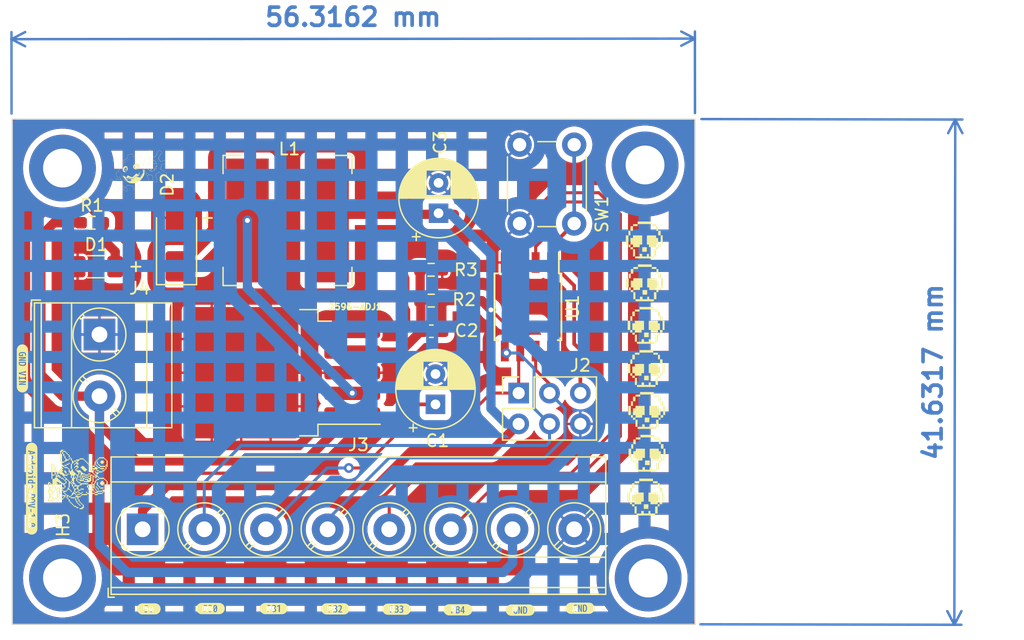
<source format=kicad_pcb>
(kicad_pcb (version 20221018) (generator pcbnew)
  (layers (0 "F.Cu" signal) (31 "B.Cu" signal) (34 "B.Paste" user) (35 "F.Paste" user) (36 "B.SilkS" user "B.Silkscreen") (37 "F.SilkS" user "F.Silkscreen") (38 "B.Mask" user) (39 "F.Mask" user) (44 "Edge.Cuts" user))
  (net 0 "")
  (net 1 "+12V")
  (net 2 "Net-(2596-ADJ1-OUT)")
  (net 3 "GND")
  (net 4 "Net-(2596-ADJ1-FB)")
  (net 5 "+5V")
  (net 6 "Net-(D1-A)")
  (net 7 "/PB3")
  (net 8 "/MISO")
  (net 9 "/PB4")
  (net 10 "/SCK")
  (net 11 "/MOSI")
  (net 12 "/RESET")
  (footprint "Package_SO:SOIC-8W_5.3x5.3mm_P1.27mm" (layer "F.Cu") (at 162.306 93.68 -90)
    (fp_text reference "U1" (at 0 -3.68 90) (layer "F.SilkS"))
    (fp_text value "ATtiny85-20S")
    (pad "1" smd rect (at -3.65 -1.905 270) (size 1.7 0.65) (layers "F.Cu" "F.Paste" "F.Mask") (net 12 "/RESET"))
    (pad "2" smd rect (at -3.65 -0.635 270) (size 1.7 0.65) (layers "F.Cu" "F.Paste" "F.Mask") (net 7 "/PB3"))
    (pad "3" smd rect (at -3.65 0.635 270) (size 1.7 0.65) (layers "F.Cu" "F.Paste" "F.Mask") (net 9 "/PB4"))
    (pad "4" smd rect (at -3.65 1.905 270) (size 1.7 0.65) (layers "F.Cu" "F.Paste" "F.Mask") (net 3 "GND"))
    (pad "5" smd rect (at 3.65 1.905 270) (size 1.7 0.65) (layers "F.Cu" "F.Paste" "F.Mask") (net 11 "/MOSI"))
    (pad "6" smd rect (at 3.65 0.635 270) (size 1.7 0.65) (layers "F.Cu" "F.Paste" "F.Mask") (net 8 "/MISO"))
    (pad "7" smd rect (at 3.65 -0.635 270) (size 1.7 0.65) (layers "F.Cu" "F.Paste" "F.Mask") (net 10 "/SCK"))
    (pad "8" smd rect (at 3.65 -1.905 270) (size 1.7 0.65) (layers "F.Cu" "F.Paste" "F.Mask") (net 5 "+5V"))
  )
  (footprint "LOGO" (layer "F.Cu") (at 125.222 107.904 -90)
    (fp_text reference "G***" hide)
    (fp_text value "LOGO" hide)
  )
  (footprint "LOGO" (layer "F.Cu") (at 172.0596 109.301)
    (fp_text reference "G***" hide)
    (fp_text value "LOGO" hide)
  )
  (footprint "kibuzzard-65F8F6EE" (layer "F.Cu") (at 121.412 108.666 -90)
    (fp_text reference "kibuzzard-65F8F6EE" hide)
    (fp_text value "G***" hide)
  )
  (footprint "Resistor_SMD:R_0603_1608Metric_Pad0.98x0.95mm_HandSolder" (layer "F.Cu") (at 154.3285 90.632)
    (fp_text reference "R3" (at 2.868 0.0088) (layer "F.SilkS"))
    (fp_text value "330" hide)
    (pad "1" smd roundrect (at -0.9125 0) (size 0.975 0.95) (layers "F.Cu" "F.Paste" "F.Mask") (net 4 "Net-(2596-ADJ1-FB)"))
    (pad "2" smd roundrect (at 0.9125 0) (size 0.975 0.95) (layers "F.Cu" "F.Paste" "F.Mask") (net 3 "GND"))
  )
  (footprint "kibuzzard-65F903CA" (layer "F.Cu") (at 131.064 118.572)
    (fp_text reference "kibuzzard-65F903CA" hide)
    (fp_text value "G***" hide)
  )
  (footprint "kibuzzard-65F9052F" (layer "F.Cu") (at 120.65 98.76 -90)
    (fp_text reference "kibuzzard-65F9052F" hide)
    (fp_text value "G***" hide)
  )
  (footprint "Button_Switch_THT:SW_PUSH_6mm" (layer "F.Cu") (at 166.116 80.322 -90)
    (fp_text reference "SW1" (at 5.738 -2.286 -90) (layer "F.SilkS"))
    (fp_text value "SW_Push")
    (pad "1" thru_hole circle (at 0 0) (size 2 2) (drill 1.1) (layers "*.Cu" "*.Mask") (net 12 "/RESET"))
    (pad "1" thru_hole circle (at 6.5 0) (size 2 2) (drill 1.1) (layers "*.Cu" "*.Mask") (net 12 "/RESET"))
    (pad "2" thru_hole circle (at 0 4.5) (size 2 2) (drill 1.1) (layers "*.Cu" "*.Mask") (net 3 "GND"))
    (pad "2" thru_hole circle (at 6.5 4.5) (size 2 2) (drill 1.1) (layers "*.Cu" "*.Mask") (net 3 "GND"))
  )
  (footprint "LOGO" (layer "F.Cu") (at 172.1358 102.1636)
    (fp_text reference "G***" hide)
    (fp_text value "LOGO" hide)
  )
  (footprint "LOGO" (layer "F.Cu") (at 172.085 98.7092)
    (fp_text reference "G***" hide)
    (fp_text value "LOGO" hide)
  )
  (footprint "Inductor_SMD:L_Bourns-SRN1060" (layer "F.Cu") (at 142.494 86.568)
    (fp_text reference "L1" (at 0.1524 -5.8928 180) (layer "F.SilkS"))
    (fp_text value "330")
    (pad "1" smd rect (at -3.3 0) (size 3.5 10.2) (layers "F.Cu" "F.Paste" "F.Mask") (net 2 "Net-(2596-ADJ1-OUT)"))
    (pad "2" smd rect (at 3.3 0) (size 3.5 10.2) (layers "F.Cu" "F.Paste" "F.Mask") (net 5 "+5V"))
  )
  (footprint "Capacitor_SMD:C_0603_1608Metric_Pad1.08x0.95mm_HandSolder" (layer "F.Cu") (at 154.3485 95.694)
    (fp_text reference "C2" (at 2.9056 -0.0448) (layer "F.SilkS"))
    (fp_text value "C" hide)
    (pad "1" smd roundrect (at -0.8625 0) (size 1.075 0.95) (layers "F.Cu" "F.Paste" "F.Mask") (net 4 "Net-(2596-ADJ1-FB)"))
    (pad "2" smd roundrect (at 0.8625 0) (size 1.075 0.95) (layers "F.Cu" "F.Paste" "F.Mask") (net 5 "+5V"))
  )
  (footprint "kibuzzard-65F8FCA8" (layer "F.Cu") (at 151.4856 118.5974)
    (fp_text reference "kibuzzard-65F8FCA8" hide)
    (fp_text value "G***" hide)
  )
  (footprint "Capacitor_THT:CP_Radial_D6.3mm_P2.50mm" (layer "F.Cu") (at 154.94 85.97238 90)
    (fp_text reference "C3" (at 5.842 0.127 90) (layer "F.SilkS"))
    (fp_text value "220UF")
    (pad "1" thru_hole rect (at 0 0 90) (size 1.6 1.6) (drill 0.8) (layers "*.Cu" "*.Mask") (net 5 "+5V"))
    (pad "2" thru_hole circle (at 2.5 0 90) (size 1.6 1.6) (drill 0.8) (layers "*.Cu" "*.Mask") (net 3 "GND"))
  )
  (footprint "Diode_SMD:D_SMA" (layer "F.Cu") (at 133.35 88.346 90)
    (fp_text reference "D2" (at 4.7244 -0.762 90) (layer "F.SilkS"))
    (fp_text value "SS24")
    (pad "1" smd roundrect (at -2 0 90) (size 2.5 1.8) (layers "F.Cu" "F.Paste" "F.Mask") (roundrect_rratio 0.1388888889) (net 2 "Net-(2596-ADJ1-OUT)"))
    (pad "2" smd roundrect (at 2 0 90) (size 2.5 1.8) (layers "F.Cu" "F.Paste" "F.Mask") (roundrect_rratio 0.1388888889) (net 3 "GND"))
  )
  (footprint "kibuzzard-65F8FD72" (layer "F.Cu") (at 146.431 118.572)
    (fp_text reference "kibuzzard-65F8FD72" hide)
    (fp_text value "G***" hide)
  )
  (footprint "Connector_PinSocket_2.54mm:PinSocket_2x03_P2.54mm_Vertical" (layer "F.Cu") (at 161.544 100.792 90)
    (fp_text reference "J2" (at 2.286 5.08 180) (layer "F.SilkS"))
    (fp_text value "AVR-ISP-6")
    (pad "1" thru_hole rect (at 0 0 90) (size 1.7 1.7) (drill 1) (layers "*.Cu" "*.Mask") (net 8 "/MISO"))
    (pad "2" thru_hole oval (at -2.54 0 90) (size 1.7 1.7) (drill 1) (layers "*.Cu" "*.Mask") (net 5 "+5V"))
    (pad "3" thru_hole oval (at 0 2.54 90) (size 1.7 1.7) (drill 1) (layers "*.Cu" "*.Mask") (net 10 "/SCK"))
    (pad "4" thru_hole oval (at -2.54 2.54 90) (size 1.7 1.7) (drill 1) (layers "*.Cu" "*.Mask") (net 11 "/MOSI"))
    (pad "5" thru_hole oval (at 0 5.08 90) (size 1.7 1.7) (drill 1) (layers "*.Cu" "*.Mask") (net 12 "/RESET"))
    (pad "6" thru_hole oval (at -2.54 5.08 90) (size 1.7 1.7) (drill 1) (layers "*.Cu" "*.Mask") (net 3 "GND"))
  )
  (footprint "MountingHole:MountingHole_3.2mm_M3_ISO14580_Pad_TopBottom" (layer "F.Cu") (at 123.952 116.032 90)
    (fp_text reference "H3" (at 4.3688 0.0508 90) (layer "F.SilkS"))
    (fp_text value "MountingHole")
    (pad "1" thru_hole circle (at 0 0 90) (size 3.6 3.6) (drill 3.2) (layers "*.Cu" "*.Mask"))
    (pad "1" connect circle (at 0 0 90) (size 5.5 5.5) (layers "F.Cu" "F.Mask"))
    (pad "1" connect circle (at 0 0 90) (size 5.5 5.5) (layers "B.Cu" "B.Mask"))
  )
  (footprint "kibuzzard-65F8FC7A" (layer "F.Cu") (at 156.5402 118.6482)
    (fp_text reference "kibuzzard-65F8FC7A" hide)
    (fp_text value "G***" hide)
  )
  (footprint "MountingHole:MountingHole_3.2mm_M3_ISO14580_Pad_TopBottom" (layer "F.Cu") (at 172.212 116.032 180)
    (fp_text reference "H4" hide)
    (fp_text value "MountingHole")
    (pad "1" thru_hole circle (at 0 0 180) (size 3.6 3.6) (drill 3.2) (layers "*.Cu" "*.Mask"))
    (pad "1" connect circle (at 0 0 180) (size 5.5 5.5) (layers "F.Cu" "F.Mask"))
    (pad "1" connect circle (at 0 0 180) (size 5.5 5.5) (layers "B.Cu" "B.Mask"))
  )
  (footprint "LOGO" (layer "F.Cu") (at 171.958 91.648)
    (fp_text reference "G***" hide)
    (fp_text value "LOGO" hide)
  )
  (footprint "kibuzzard-65F8FC0E" (layer "F.Cu") (at 166.5986 118.5212)
    (fp_text reference "kibuzzard-65F8FC0E" hide)
    (fp_text value "G***" hide)
  )
  (footprint "LOGO" (layer "F.Cu") (at 172.1612 105.6942)
    (fp_text reference "G***" hide)
    (fp_text value "LOGO" hide)
  )
  (footprint "TerminalBlock_Phoenix:TerminalBlock_Phoenix_MKDS-3-8-5.08_1x08_P5.08mm_Horizontal" (layer "F.Cu") (at 130.556 112.014)
    (fp_text reference "J3" (at 17.78 -6.96) (layer "F.SilkS"))
    (fp_text value "Screw_Terminal_01x08")
    (pad "1" thru_hole rect (at 0 0) (size 2.6 2.6) (drill 1.3) (layers "*.Cu" "*.Mask") (net 5 "+5V"))
    (pad "2" thru_hole circle (at 5.08 0) (size 2.6 2.6) (drill 1.3) (layers "*.Cu" "*.Mask") (net 11 "/MOSI"))
    (pad "3" thru_hole circle (at 10.16 0) (size 2.6 2.6) (drill 1.3) (layers "*.Cu" "*.Mask") (net 8 "/MISO"))
    (pad "4" thru_hole circle (at 15.24 0) (size 2.6 2.6) (drill 1.3) (layers "*.Cu" "*.Mask") (net 10 "/SCK"))
    (pad "5" thru_hole circle (at 20.32 0) (size 2.6 2.6) (drill 1.3) (layers "*.Cu" "*.Mask") (net 7 "/PB3"))
    (pad "6" thru_hole circle (at 25.4 0) (size 2.6 2.6) (drill 1.3) (layers "*.Cu" "*.Mask") (net 9 "/PB4"))
    (pad "7" thru_hole circle (at 30.48 0) (size 2.6 2.6) (drill 1.3) (layers "*.Cu" "*.Mask") (net 1 "+12V"))
    (pad "8" thru_hole circle (at 35.56 0) (size 2.6 2.6) (drill 1.3) (layers "*.Cu" "*.Mask") (net 3 "GND"))
  )
  (footprint "MountingHole:MountingHole_3.2mm_M3_ISO14580_Pad_TopBottom" (layer "F.Cu") (at 123.952 82.25 180)
    (fp_text reference "H4" hide)
    (fp_text value "MountingHole")
    (pad "1" thru_hole circle (at 0 0 180) (size 3.6 3.6) (drill 3.2) (layers "*.Cu" "*.Mask"))
    (pad "1" connect circle (at 0 0 180) (size 5.5 5.5) (layers "F.Cu" "F.Mask"))
    (pad "1" connect circle (at 0 0 180) (size 5.5 5.5) (layers "B.Cu" "B.Mask"))
  )
  (footprint "Resistor_SMD:R_0603_1608Metric_Pad0.98x0.95mm_HandSolder" (layer "F.Cu") (at 154.3372 93.172 180)
    (fp_text reference "R2" (at -2.7148 0.0744) (layer "F.SilkS"))
    (fp_text value "1K" hide)
    (pad "1" smd roundrect (at -0.9125 0 180) (size 0.975 0.95) (layers "F.Cu" "F.Paste" "F.Mask") (net 5 "+5V"))
    (pad "2" smd roundrect (at 0.9125 0 180) (size 0.975 0.95) (layers "F.Cu" "F.Paste" "F.Mask") (net 4 "Net-(2596-ADJ1-FB)"))
  )
  (footprint "LOGO" (layer "F.Cu") (at 171.9326 88.1174)
    (fp_text reference "G***" hide)
    (fp_text value "LOGO" hide)
  )
  (footprint "TerminalBlock_Phoenix:TerminalBlock_Phoenix_MKDS-3-2-5.08_1x02_P5.08mm_Horizontal" (layer "F.Cu") (at 127 95.966 -90)
    (fp_text reference "J4" (at -3.81 -3.302) (layer "F.SilkS"))
    (fp_text value "VIN")
    (pad "1" thru_hole rect (at 0 0 270) (size 2.6 2.6) (drill 1.3) (layers "*.Cu" "*.Mask") (net 3 "GND"))
    (pad "2" thru_hole circle (at 5.08 0 270) (size 2.6 2.6) (drill 1.3) (layers "*.Cu" "*.Mask") (net 1 "+12V"))
  )
  (footprint "LOGO" (layer "F.Cu") (at 130.302 82.668)
    (fp_text reference "G***" hide)
    (fp_text value "LOGO" hide)
  )
  (footprint "kibuzzard-65F8FDEF" (layer "F.Cu") (at 136.144 118.5466)
    (fp_text reference "kibuzzard-65F8FDEF" hide)
    (fp_text value "G***" hide)
  )
  (footprint "Package_TO_SOT_SMD:TO-263-5_TabPin3" (layer "F.Cu") (at 140.178 99.112 180)
    (fp_text reference "2596-ADJ1" (at -7.904 5.432 180) (layer "F.SilkS") (effects (font (size 0.508 0.508) (thickness 0.127))))
    (fp_text value "REGULADOR ADJ")
    (pad "1" smd roundrect (at -7.65 -3.4 180) (size 4.6 1.1) (layers "F.Cu" "F.Paste" "F.Mask") (roundrect_rratio 0.2272727273) (net 1 "+12V"))
    (pad "2" smd roundrect (at -7.65 -1.7 180) (size 4.6 1.1) (layers "F.Cu" "F.Paste" "F.Mask") (roundrect_rratio 0.2272727273) (net 2 "Net-(2596-ADJ1-OUT)"))
    (pad "3" smd roundrect (at -7.65 0 180) (size 4.6 1.1) (layers "F.Cu" "F.Paste" "F.Mask") (roundrect_rratio 0.2272727273) (net 3 "GND"))
    (pad "3" smd roundrect (at -0.925 -2.775 180) (size 4.55 5.25) (layers "F.Cu" "F.Paste") (roundrect_rratio 0.05494505495) (net 3 "GND"))
    (pad "3" smd roundrect (at -0.925 2.775 180) (size 4.55 5.25) (layers "F.Cu" "F.Paste") (roundrect_rratio 0.05494505495) (net 3 "GND"))
    (pad "3" smd roundrect (at 1.5 0 180) (size 9.4 10.8) (layers "F.Cu" "F.Mask") (roundrect_rratio 0.02659595745) (net 3 "GND"))
    (pad "3" smd roundrect (at 3.925 -2.775 180) (size 4.55 5.25) (layers "F.Cu" "F.Paste") (roundrect_rratio 0.05494505495) (net 3 "GND"))
    (pad "3" smd roundrect (at 3.925 2.775 180) (size 4.55 5.25) (layers "F.Cu" "F.Paste") (roundrect_rratio 0.05494505495) (net 3 "GND"))
    (pad "4" smd roundrect (at -7.65 1.7 180) (size 4.6 1.1) (layers "F.Cu" "F.Paste" "F.Mask") (roundrect_rratio 0.2272727273) (net 4 "Net-(2596-ADJ1-FB)"))
    (pad "5" smd roundrect (at -7.65 3.4 180) (size 4.6 1.1) (layers "F.Cu" "F.Paste" "F.Mask") (roundrect_rratio 0.2272727273) (net 3 "GND"))
  )
  (footprint "Resistor_SMD:R_1206_3216Metric_Pad1.30x1.75mm_HandSolder" (layer "F.Cu") (at 126.746 90.378)
    (fp_text reference "D1" (at 0 -1.82) (layer "F.SilkS"))
    (fp_text value "LED")
    (pad "1" smd roundrect (at -1.55 0) (size 1.3 1.75) (layers "F.Cu" "F.Paste" "F.Mask") (roundrect_rratio 0.1923076923) (net 3 "GND"))
    (pad "2" smd roundrect (at 1.55 0) (size 1.3 1.75) (layers "F.Cu" "F.Paste" "F.Mask") (roundrect_rratio 0.1923076923) (net 6 "Net-(D1-A)"))
  )
  (footprint "Capacitor_THT:CP_Radial_D6.3mm_P2.50mm" (layer "F.Cu") (at 154.686 101.72038 90)
    (fp_text reference "C1" (at -2.9972 0.1524 180) (layer "F.SilkS"))
    (fp_text value "470uf 35v")
    (pad "1" thru_hole rect (at 0 0 90) (size 1.6 1.6) (drill 0.8) (layers "*.Cu" "*.Mask") (net 1 "+12V"))
    (pad "2" thru_hole circle (at 2.5 0 90) (size 1.6 1.6) (drill 0.8) (layers "*.Cu" "*.Mask") (net 3 "GND"))
  )
  (footprint "Resistor_SMD:R_0603_1608Metric_Pad0.98x0.95mm_HandSolder" (layer "F.Cu") (at 126.386 86.758)
    (fp_text reference "R1" (at 0 -1.43) (layer "F.SilkS"))
    (fp_text value "1K")
    (pad "1" smd roundrect (at -0.9125 0) (size 0.975 0.95) (layers "F.Cu" "F.Paste" "F.Mask") (net 1 "+12V"))
    (pad "2" smd roundrect (at 0.9125 0) (size 0.975 0.95) (layers "F.Cu" "F.Paste" "F.Mask") (net 6 "Net-(D1-A)"))
  )
  (footprint "MountingHole:MountingHole_3.2mm_M3_ISO14580_Pad_TopBottom" (layer "F.Cu") (at 171.958 81.996 180)
    (fp_text reference "H4" hide)
    (fp_text value "MountingHole")
    (pad "1" thru_hole circle (at 0 0 180) (size 3.6 3.6) (drill 3.2) (layers "*.Cu" "*.Mask"))
    (pad "1" connect circle (at 0 0 180) (size 5.5 5.5) (layers "F.Cu" "F.Mask"))
    (pad "1" connect circle (at 0 0 180) (size 5.5 5.5) (layers "B.Cu" "B.Mask"))
  )
  (footprint "LOGO" (layer "F.Cu") (at 172.085 95.1532)
    (fp_text reference "G***" hide)
    (fp_text value "LOGO" hide)
  )
  (footprint "kibuzzard-65F8FC0E" (layer "F.Cu") (at 161.671 118.6736)
    (fp_text reference "kibuzzard-65F8FC0E" hide)
    (fp_text value "G***" hide)
  )
  (footprint "kibuzzard-65F8FDDB" (layer "F.Cu") (at 141.351 118.5466)
    (fp_text reference "kibuzzard-65F8FDDB" hide)
    (fp_text value "G***" hide)
  )
  (gr_rect (start 119.8128 78.215) (end 176.0706 119.8486) (stroke (width 0.1)) (fill none) (layer "Edge.Cuts"))
  (gr_text "+" (at 136.398 87.076 90) (layer "F.SilkS") (effects (font (size 1 1)) (justify left bottom)))
  (gr_text "+" (at 129.286 90.886) (layer "F.SilkS") (effects (font (size 1 1)) (justify left bottom)))
  (dimension (type aligned) (layer "B.Cu") (pts (xy 176.022 119.842) (xy 176.099 78.2104)) (height 21.42) (gr_text "1639.0422 mils" (at 195.680466 99.062488 89.89402833) (layer "B.Cu") (effects (font (size 1.5 1.5) (thickness 0.3)))) (format (prefix "") (suffix "") (units 3) (units_format 1) (precision 4)) (style (thickness 0.2) (arrow_length 1.27) (text_position_mode 0) (extension_height 0.58642) (extension_offset 0.5) keep_text_aligned))
  (dimension (type aligned) (layer "B.Cu") (pts (xy 119.7544 78.2604) (xy 176.0706 78.215)) (height -6.633) (gr_text "2217.1739 mils" (at 147.905702 69.804703 0.04618969011) (layer "B.Cu") (effects (font (size 1.5 1.5) (thickness 0.3)))) (format (prefix "") (suffix "") (units 3) (units_format 1) (precision 4)) (style (thickness 0.2) (arrow_length 1.27) (text_position_mode 0) (extension_height 0.58642) (extension_offset 0.5) keep_text_aligned))
  (segment (start 127 103.332) (end 127 101.046) (width 0.762) (layer "F.Cu") (net 1))
  (segment (start 127 101.046) (end 123.952 101.046) (width 0.762) (layer "F.Cu") (net 1))
  (segment (start 143.96 106.38) (end 130.048 106.38) (width 0.762) (layer "F.Cu") (net 1))
  (segment (start 130.048 106.38) (end 127 103.332) (width 0.762) (layer "F.Cu") (net 1))
  (segment (start 154.686 101.72038) (end 152.23362 101.72038) (width 0.3048) (layer "F.Cu") (net 1))
  (segment (start 152.23362 101.72038) (end 151.442 102.512) (width 0.3048) (layer "F.Cu") (net 1))
  (segment (start 151.442 102.512) (end 147.828 102.512) (width 0.3048) (layer "F.Cu") (net 1))
  (segment (start 123.254 86.758) (end 125.4735 86.758) (width 0.762) (layer "F.Cu") (net 1))
  (segment (start 123.952 101.046) (end 122.174 99.268) (width 0.762) (layer "F.Cu") (net 1))
  (segment (start 122.174 87.838) (end 123.254 86.758) (width 0.762) (layer "F.Cu") (net 1))
  (segment (start 122.174 99.268) (end 122.174 87.838) (width 0.762) (layer "F.Cu") (net 1))
  (segment (start 147.828 102.512) (end 143.96 106.38) (width 0.762) (layer "F.Cu") (net 1))
  (segment (start 129.286 115.57) (end 127 113.284) (width 0.762) (layer "B.Cu") (net 1))
  (segment (start 161.036 114.808) (end 160.274 115.57) (width 0.762) (layer "B.Cu") (net 1))
  (segment (start 160.274 115.57) (end 129.286 115.57) (width 0.762) (layer "B.Cu") (net 1))
  (segment (start 127 113.284) (end 127 101.046) (width 0.762) (layer "B.Cu") (net 1))
  (segment (start 161.036 112.014) (end 161.036 114.808) (width 0.762) (layer "B.Cu") (net 1))
  (segment (start 135.416 90.346) (end 139.194 86.568) (width 0.762) (layer "F.Cu") (net 2))
  (segment (start 147.828 100.812) (end 147.828 100.792) (width 0.762) (layer "F.Cu") (net 2))
  (segment (start 133.35 90.346) (end 135.416 90.346) (width 0.762) (layer "F.Cu") (net 2))
  (via (at 147.828 100.792) (size 0.8) (drill 0.4) (layers "F.Cu" "B.Cu") (net 2))
  (via (at 139.192 86.568) (size 0.8) (drill 0.4) (layers "F.Cu" "B.Cu") (net 2))
  (segment (start 139.192 92.156) (end 139.192 86.568) (width 0.762) (layer "B.Cu") (net 2))
  (segment (start 147.828 100.792) (end 139.192 92.156) (width 0.762) (layer "B.Cu") (net 2))
  (segment (start 153.486 95.694) (end 153.486 93.2333) (width 0.762) (layer "F.Cu") (net 4))
  (segment (start 147.828 97.412) (end 151.768 97.412) (width 0.762) (layer "F.Cu") (net 4))
  (segment (start 153.4247 90.6407) (end 153.416 90.632) (width 0.762) (layer "F.Cu") (net 4))
  (segment (start 151.768 97.412) (end 153.486 95.694) (width 0.762) (layer "F.Cu") (net 4))
  (segment (start 153.486 93.2333) (end 153.4247 93.172) (width 0.762) (layer "F.Cu") (net 4))
  (segment (start 153.4247 93.172) (end 153.4247 90.6407) (width 0.762) (layer "F.Cu") (net 4))
  (segment (start 155.211 93.2107) (end 155.2497 93.172) (width 0.762) (layer "F.Cu") (net 5))
  (segment (start 130.556 110.444) (end 132.588 108.412) (width 0.762) (layer "F.Cu") (net 5))
  (segment (start 158.496 93.172) (end 159.258 93.934) (width 0.762) (layer "F.Cu") (net 5))
  (segment (start 159.258 105.618) (end 161.544 103.332) (width 0.762) (layer "F.Cu") (net 5))
  (segment (start 130.556 112.014) (end 130.556 110.444) (width 0.762) (layer "F.Cu") (net 5))
  (segment (start 145.794 86.568) (end 146.3 86.062) (width 0.762) (layer "F.Cu") (net 5))
  (segment (start 155.211 95.694) (end 155.211 93.2107) (width 0.762) (layer "F.Cu") (net 5))
  (segment (start 155.2497 93.172) (end 158.496 93.172) (width 0.762) (layer "F.Cu") (net 5))
  (segment (start 149.86 108.412) (end 152.654 105.618) (width 0.762) (layer "F.Cu") (net 5))
  (segment (start 164.211 95.839) (end 163.322 94.95) (width 0.25) (layer "F.Cu") (net 5))
  (segment (start 163.322 94.95) (end 160.274 94.95) (width 0.25) (layer "F.Cu") (net 5))
  (segment (start 146.3 86.062) (end 156.2512 86.062) (width 0.762) (layer "F.Cu") (net 5))
  (segment (start 164.211 97.33) (end 164.211 95.839) (width 0.25) (layer "F.Cu") (net 5))
  (segment (start 152.654 105.618) (end 159.258 105.618) (width 0.762) (layer "F.Cu") (net 5))
  (segment (start 132.588 108.412) (end 149.86 108.412) (width 0.762) (layer "F.Cu") (net 5))
  (segment (start 160.274 94.95) (end 159.258 93.934) (width 0.25) (layer "F.Cu") (net 5))
  (via (at 159.258 93.934) (size 0.8) (drill 0.4) (layers "F.Cu" "B.Cu") (net 5))
  (segment (start 155.86838 85.97238) (end 154.94 85.97238) (width 0.762) (layer "B.Cu") (net 5))
  (segment (start 159.258 93.426) (end 159.258 89.362) (width 0.762) (layer "B.Cu") (net 5))
  (segment (start 161.544 103.332) (end 160.528 103.332) (width 0.762) (layer "B.Cu") (net 5))
  (segment (start 159.258 89.362) (end 155.86838 85.97238) (width 0.762) (layer "B.Cu") (net 5))
  (segment (start 159.258 102.062) (end 159.258 93.426) (width 0.762) (layer "B.Cu") (net 5))
  (segment (start 160.528 103.332) (end 159.258 102.062) (width 0.762) (layer "B.Cu") (net 5))
  (segment (start 128.296 89.134) (end 128.296 90.378) (width 0.762) (layer "F.Cu") (net 6))
  (segment (start 127.2985 86.758) (end 127.2985 88.1365) (width 0.762) (layer "F.Cu") (net 6))
  (segment (start 127.2985 88.1365) (end 128.296 89.134) (width 0.762) (layer "F.Cu") (net 6))
  (segment (start 169.164 86.568) (end 169.164 104.094) (width 0.25) (layer "F.Cu") (net 7))
  (segment (start 150.876 109.936) (end 150.876 112.014) (width 0.25) (layer "F.Cu") (net 7))
  (segment (start 165.862 107.396) (end 153.416 107.396) (width 0.25) (layer "F.Cu") (net 7))
  (segment (start 167.64 85.044) (end 169.164 86.568) (width 0.25) (layer "F.Cu") (net 7))
  (segment (start 153.416 107.396) (end 150.876 109.936) (width 0.25) (layer "F.Cu") (net 7))
  (segment (start 164.084 85.552) (end 164.592 85.044) (width 0.25) (layer "F.Cu") (net 7))
  (segment (start 169.164 104.094) (end 165.862 107.396) (width 0.25) (layer "F.Cu") (net 7))
  (segment (start 164.084 87.584) (end 164.084 85.552) (width 0.25) (layer "F.Cu") (net 7))
  (segment (start 162.941 90.03) (end 162.941 88.727) (width 0.25) (layer "F.Cu") (net 7))
  (segment (start 164.592 85.044) (end 167.64 85.044) (width 0.25) (layer "F.Cu") (net 7))
  (segment (start 162.941 88.727) (end 164.084 87.584) (width 0.25) (layer "F.Cu") (net 7))
  (segment (start 151.5872 104.0432) (end 148.6662 106.9642) (width 0.25) (layer "F.Cu") (net 8))
  (segment (start 151.8158 103.8146) (end 151.5872 104.0432) (width 0.25) (layer "F.Cu") (net 8))
  (segment (start 151.5872 104.0432) (end 152.0444 103.586) (width 0.25) (layer "F.Cu") (net 8))
  (segment (start 148.6662 106.9642) (end 147.5486 106.9642) (width 0.25) (layer "F.Cu") (net 8))
  (segment (start 161.544 100.792) (end 161.544 97.457) (width 0.25) (layer "F.Cu") (net 8))
  (segment (start 159.258 100.792) (end 161.544 100.792) (width 0.25) (layer "F.Cu") (net 8))
  (segment (start 152.0444 103.586) (end 156.464 103.586) (width 0.25) (layer "F.Cu") (net 8))
  (segment (start 156.464 103.586) (end 159.258 100.792) (width 0.25) (layer "F.Cu") (net 8))
  (segment (start 161.544 97.457) (end 161.671 97.33) (width 0.25) (layer "F.Cu") (net 8))
  (via (at 147.5486 106.9642) (size 0.8) (drill 0.4) (layers "F.Cu" "B.Cu") (net 8))
  (segment (start 145.7658 106.9642) (end 140.716 112.014) (width 0.25) (layer "B.Cu") (net 8))
  (segment (start 147.5486 106.9642) (end 145.7658 106.9642) (width 0.25) (layer "B.Cu") (net 8))
  (segment (start 164.338 84.282) (end 163.576 85.044) (width 0.25) (layer "F.Cu") (net 9))
  (segment (start 168.148 84.282) (end 164.338 84.282) (width 0.25) (layer "F.Cu") (net 9))
  (segment (start 166.116 108.158) (end 169.926 104.348) (width 0.25) (layer "F.Cu") (net 9))
  (segment (start 163.576 87.33) (end 161.671 89.235) (width 0.25) (layer "F.Cu") (net 9))
  (segment (start 155.956 112.014) (end 159.812 108.158) (width 0.25) (layer "F.Cu") (net 9))
  (segment (start 161.671 89.235) (end 161.671 90.03) (width 0.25) (layer "F.Cu") (net 9))
  (segment (start 169.926 86.06) (end 168.148 84.282) (width 0.25) (layer "F.Cu") (net 9))
  (segment (start 169.926 104.348) (end 169.926 86.06) (width 0.25) (layer "F.Cu") (net 9))
  (segment (start 159.812 108.158) (end 166.116 108.158) (width 0.25) (layer "F.Cu") (net 9))
  (segment (start 163.576 85.044) (end 163.576 87.33) (width 0.25) (layer "F.Cu") (net 9))
  (segment (start 162.941 98.887) (end 164.084 100.03) (width 0.25) (layer "F.Cu") (net 10))
  (segment (start 162.941 97.33) (end 162.941 98.887) (width 0.25) (layer "F.Cu") (net 10))
  (segment (start 164.084 100.03) (end 164.084 100.792) (width 0.25) (layer "F.Cu") (net 10))
  (segment (start 150.876 106.126) (end 163.693946 106.126) (width 0.25) (layer "B.Cu") (net 10))
  (segment (start 145.796 111.206) (end 150.876 106.126) (width 0.25) (layer "B.Cu") (net 10))
  (segment (start 165.354 104.465946) (end 165.354 102.062) (width 0.25) (layer "B.Cu") (net 10))
  (segment (start 163.693946 106.126) (end 165.354 104.465946) (width 0.25) (layer "B.Cu") (net 10))
  (segment (start 145.796 112.014) (end 145.796 111.206) (width 0.25) (layer "B.Cu") (net 10))
  (segment (start 165.354 102.062) (end 164.084 100.792) (width 0.25) (layer "B.Cu") (net 10))
  (segment (start 160.401 97.363) (end 160.528 97.49) (width 0.25) (layer "F.Cu") (net 11))
  (segment (start 160.401 97.33) (end 160.401 97.363) (width 0.25) (layer "F.Cu") (net 11))
  (via (at 160.528 97.49) (size 0.8) (drill 0.4) (layers "F.Cu" "B.Cu") (net 11))
  (segment (start 161.544 97.49) (end 162.814 98.76) (width 0.25) (layer "B.Cu") (net 11))
  (segment (start 160.528 97.49) (end 161.544 97.49) (width 0.25) (layer "B.Cu") (net 11))
  (segment (start 135.636 108.158) (end 135.636 112.014) (width 0.25) (layer "B.Cu") (net 11))
  (segment (start 163.83 105.11) (end 138.684 105.11) (width 0.25) (layer "B.Cu") (net 11))
  (segment (start 162.814 98.76) (end 162.814 102.062) (width 0.25) (layer "B.Cu") (net 11))
  (segment (start 164.084 103.332) (end 164.084 104.856) (width 0.25) (layer "B.Cu") (net 11))
  (segment (start 162.814 102.062) (end 164.084 103.332) (width 0.25) (layer "B.Cu") (net 11))
  (segment (start 138.684 105.11) (end 135.636 108.158) (width 0.25) (layer "B.Cu") (net 11))
  (segment (start 164.084 104.856) (end 163.83 105.11) (width 0.25) (layer "B.Cu") (net 11))
  (segment (start 166.624 97.236) (end 166.116 96.728) (width 0.3048) (layer "F.Cu") (net 12))
  (segment (start 164.211 88.727) (end 164.211 90.03) (width 0.3048) (layer "F.Cu") (net 12))
  (segment (start 166.624 100.792) (end 166.624 97.236) (width 0.3048) (layer "F.Cu") (net 12))
  (segment (start 166.116 96.728) (end 166.116 91.935) (width 0.3048) (layer "F.Cu") (net 12))
  (segment (start 166.116 91.935) (end 164.211 90.03) (width 0.3048) (layer "F.Cu") (net 12))
  (segment (start 166.116 86.822) (end 164.211 88.727) (width 0.3048) (layer "F.Cu") (net 12))
  (segment (start 166.116 80.322) (end 166.116 86.822) (width 0.3048) (layer "B.Cu") (net 12))
  (zone (net 3) (net_name "GND") (layers "F&B.Cu") (connect_pads (clearance 0.5)) (min_thickness 0.1) (fill yes (mode hatch) (thermal_gap 0.2) (thermal_bridge_width 0.2) (hatch_thickness 1) (hatch_gap 1.5) (hatch_orientation 0) (hatch_border_algorithm hatch_thickness) (hatch_min_hole_area 0.3))
    (polygon (pts (xy 119.7544 78.2604) (xy 176.099 78.2104) (xy 176.022 119.842) (xy 119.634 119.842)))
  )
)
</source>
